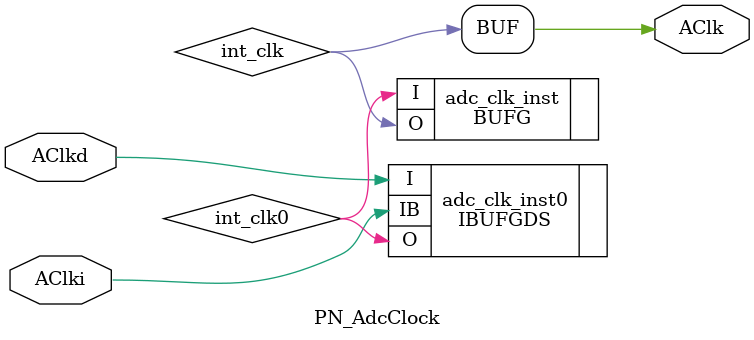
<source format=v>
`timescale 1ns / 1ps


module PN_AdcClock(
    input AClkd,
    input AClki,
    output AClk
    );
    
    wire                      int_clk0;
    wire                      int_clk;
    
      IBUFGDS adc_clk_inst0 (.I(AClkd), .IB(AClki), .O(int_clk0));
      BUFG adc_clk_inst (.I(int_clk0), .O(int_clk));

  assign AClk = int_clk;

endmodule

</source>
